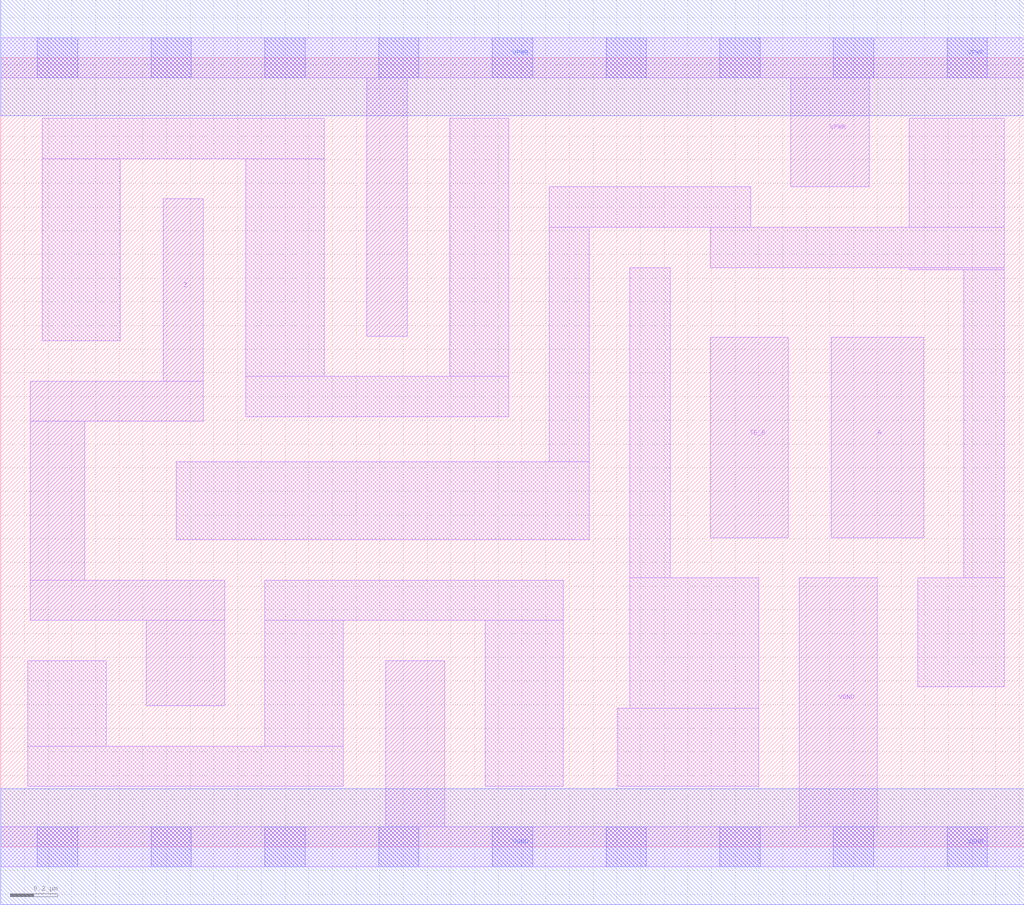
<source format=lef>
# Copyright 2020 The SkyWater PDK Authors
#
# Licensed under the Apache License, Version 2.0 (the "License");
# you may not use this file except in compliance with the License.
# You may obtain a copy of the License at
#
#     https://www.apache.org/licenses/LICENSE-2.0
#
# Unless required by applicable law or agreed to in writing, software
# distributed under the License is distributed on an "AS IS" BASIS,
# WITHOUT WARRANTIES OR CONDITIONS OF ANY KIND, either express or implied.
# See the License for the specific language governing permissions and
# limitations under the License.
#
# SPDX-License-Identifier: Apache-2.0

VERSION 5.7 ;
  NAMESCASESENSITIVE ON ;
  NOWIREEXTENSIONATPIN ON ;
  DIVIDERCHAR "/" ;
  BUSBITCHARS "[]" ;
UNITS
  DATABASE MICRONS 200 ;
END UNITS
MACRO sky130_fd_sc_lp__ebufn_2
  CLASS CORE ;
  SOURCE USER ;
  FOREIGN sky130_fd_sc_lp__ebufn_2 ;
  ORIGIN  0.000000  0.000000 ;
  SIZE  4.320000 BY  3.330000 ;
  SYMMETRY X Y R90 ;
  SITE unit ;
  PIN A
    ANTENNAGATEAREA  0.159000 ;
    DIRECTION INPUT ;
    USE SIGNAL ;
    PORT
      LAYER li1 ;
        RECT 3.505000 1.305000 3.895000 2.150000 ;
    END
  END A
  PIN TE_B
    ANTENNAGATEAREA  0.537000 ;
    DIRECTION INPUT ;
    USE SIGNAL ;
    PORT
      LAYER li1 ;
        RECT 2.995000 1.305000 3.325000 2.150000 ;
    END
  END TE_B
  PIN Z
    ANTENNADIFFAREA  0.596400 ;
    DIRECTION OUTPUT ;
    USE SIGNAL ;
    PORT
      LAYER li1 ;
        RECT 0.125000 0.955000 0.945000 1.125000 ;
        RECT 0.125000 1.125000 0.355000 1.795000 ;
        RECT 0.125000 1.795000 0.855000 1.965000 ;
        RECT 0.615000 0.595000 0.945000 0.955000 ;
        RECT 0.685000 1.965000 0.855000 2.735000 ;
    END
  END Z
  PIN VGND
    DIRECTION INOUT ;
    USE GROUND ;
    PORT
      LAYER li1 ;
        RECT 0.000000 -0.085000 4.320000 0.085000 ;
        RECT 1.625000  0.085000 1.875000 0.785000 ;
        RECT 3.370000  0.085000 3.700000 1.135000 ;
      LAYER mcon ;
        RECT 0.155000 -0.085000 0.325000 0.085000 ;
        RECT 0.635000 -0.085000 0.805000 0.085000 ;
        RECT 1.115000 -0.085000 1.285000 0.085000 ;
        RECT 1.595000 -0.085000 1.765000 0.085000 ;
        RECT 2.075000 -0.085000 2.245000 0.085000 ;
        RECT 2.555000 -0.085000 2.725000 0.085000 ;
        RECT 3.035000 -0.085000 3.205000 0.085000 ;
        RECT 3.515000 -0.085000 3.685000 0.085000 ;
        RECT 3.995000 -0.085000 4.165000 0.085000 ;
      LAYER met1 ;
        RECT 0.000000 -0.245000 4.320000 0.245000 ;
    END
  END VGND
  PIN VPWR
    DIRECTION INOUT ;
    USE POWER ;
    PORT
      LAYER li1 ;
        RECT 0.000000 3.245000 4.320000 3.415000 ;
        RECT 1.545000 2.155000 1.715000 3.245000 ;
        RECT 3.335000 2.785000 3.665000 3.245000 ;
      LAYER mcon ;
        RECT 0.155000 3.245000 0.325000 3.415000 ;
        RECT 0.635000 3.245000 0.805000 3.415000 ;
        RECT 1.115000 3.245000 1.285000 3.415000 ;
        RECT 1.595000 3.245000 1.765000 3.415000 ;
        RECT 2.075000 3.245000 2.245000 3.415000 ;
        RECT 2.555000 3.245000 2.725000 3.415000 ;
        RECT 3.035000 3.245000 3.205000 3.415000 ;
        RECT 3.515000 3.245000 3.685000 3.415000 ;
        RECT 3.995000 3.245000 4.165000 3.415000 ;
      LAYER met1 ;
        RECT 0.000000 3.085000 4.320000 3.575000 ;
    END
  END VPWR
  OBS
    LAYER li1 ;
      RECT 0.115000 0.255000 1.445000 0.425000 ;
      RECT 0.115000 0.425000 0.445000 0.785000 ;
      RECT 0.175000 2.135000 0.505000 2.905000 ;
      RECT 0.175000 2.905000 1.365000 3.075000 ;
      RECT 0.740000 1.295000 2.485000 1.625000 ;
      RECT 1.035000 1.815000 2.145000 1.985000 ;
      RECT 1.035000 1.985000 1.365000 2.905000 ;
      RECT 1.115000 0.425000 1.445000 0.955000 ;
      RECT 1.115000 0.955000 2.375000 1.125000 ;
      RECT 1.895000 1.985000 2.145000 3.075000 ;
      RECT 2.045000 0.255000 2.375000 0.955000 ;
      RECT 2.315000 1.625000 2.485000 2.615000 ;
      RECT 2.315000 2.615000 3.165000 2.785000 ;
      RECT 2.605000 0.255000 3.200000 0.585000 ;
      RECT 2.655000 0.585000 3.200000 1.135000 ;
      RECT 2.655000 1.135000 2.825000 2.445000 ;
      RECT 2.995000 2.445000 4.235000 2.615000 ;
      RECT 3.835000 2.435000 4.235000 2.445000 ;
      RECT 3.835000 2.615000 4.235000 3.075000 ;
      RECT 3.870000 0.675000 4.235000 1.135000 ;
      RECT 4.065000 1.135000 4.235000 2.435000 ;
  END
END sky130_fd_sc_lp__ebufn_2

</source>
